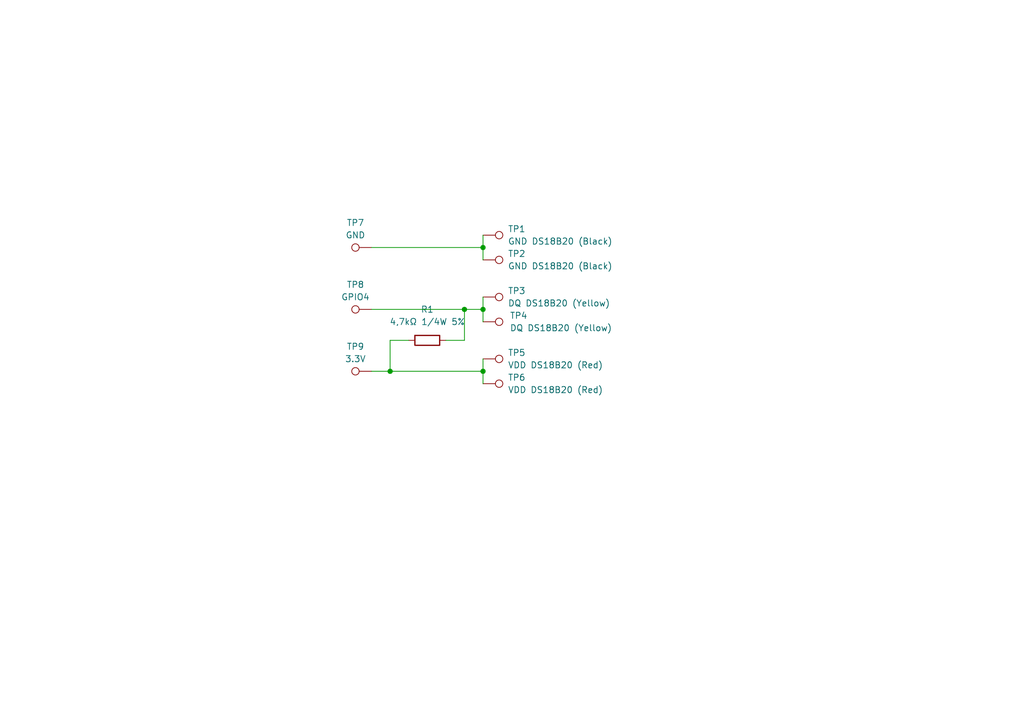
<source format=kicad_sch>
(kicad_sch
	(version 20250114)
	(generator "eeschema")
	(generator_version "9.0")
	(uuid "27f55431-0700-4d9e-a118-002a171484a4")
	(paper "A5")
	(title_block
		(title "DS18B20 to Raspberry")
		(date "09/05/2025")
		(comment 1 "This connects two DS18B20 to Raspberry Pi 5")
	)
	(lib_symbols
		(symbol "Connector:TestPoint"
			(pin_numbers
				(hide yes)
			)
			(pin_names
				(offset 0.762)
				(hide yes)
			)
			(exclude_from_sim no)
			(in_bom yes)
			(on_board yes)
			(property "Reference" "TP"
				(at 0 6.858 0)
				(effects
					(font
						(size 1.27 1.27)
					)
				)
			)
			(property "Value" "TestPoint"
				(at 0 5.08 0)
				(effects
					(font
						(size 1.27 1.27)
					)
				)
			)
			(property "Footprint" ""
				(at 5.08 0 0)
				(effects
					(font
						(size 1.27 1.27)
					)
					(hide yes)
				)
			)
			(property "Datasheet" "~"
				(at 5.08 0 0)
				(effects
					(font
						(size 1.27 1.27)
					)
					(hide yes)
				)
			)
			(property "Description" "test point"
				(at 0 0 0)
				(effects
					(font
						(size 1.27 1.27)
					)
					(hide yes)
				)
			)
			(property "ki_keywords" "test point tp"
				(at 0 0 0)
				(effects
					(font
						(size 1.27 1.27)
					)
					(hide yes)
				)
			)
			(property "ki_fp_filters" "Pin* Test*"
				(at 0 0 0)
				(effects
					(font
						(size 1.27 1.27)
					)
					(hide yes)
				)
			)
			(symbol "TestPoint_0_1"
				(circle
					(center 0 3.302)
					(radius 0.762)
					(stroke
						(width 0)
						(type default)
					)
					(fill
						(type none)
					)
				)
			)
			(symbol "TestPoint_1_1"
				(pin passive line
					(at 0 0 90)
					(length 2.54)
					(name "1"
						(effects
							(font
								(size 1.27 1.27)
							)
						)
					)
					(number "1"
						(effects
							(font
								(size 1.27 1.27)
							)
						)
					)
				)
			)
			(embedded_fonts no)
		)
		(symbol "Device:R"
			(pin_numbers
				(hide yes)
			)
			(pin_names
				(offset 0)
			)
			(exclude_from_sim no)
			(in_bom yes)
			(on_board yes)
			(property "Reference" "R"
				(at 2.032 0 90)
				(effects
					(font
						(size 1.27 1.27)
					)
				)
			)
			(property "Value" "R"
				(at 0 0 90)
				(effects
					(font
						(size 1.27 1.27)
					)
				)
			)
			(property "Footprint" ""
				(at -1.778 0 90)
				(effects
					(font
						(size 1.27 1.27)
					)
					(hide yes)
				)
			)
			(property "Datasheet" "~"
				(at 0 0 0)
				(effects
					(font
						(size 1.27 1.27)
					)
					(hide yes)
				)
			)
			(property "Description" "Resistor"
				(at 0 0 0)
				(effects
					(font
						(size 1.27 1.27)
					)
					(hide yes)
				)
			)
			(property "ki_keywords" "R res resistor"
				(at 0 0 0)
				(effects
					(font
						(size 1.27 1.27)
					)
					(hide yes)
				)
			)
			(property "ki_fp_filters" "R_*"
				(at 0 0 0)
				(effects
					(font
						(size 1.27 1.27)
					)
					(hide yes)
				)
			)
			(symbol "R_0_1"
				(rectangle
					(start -1.016 -2.54)
					(end 1.016 2.54)
					(stroke
						(width 0.254)
						(type default)
					)
					(fill
						(type none)
					)
				)
			)
			(symbol "R_1_1"
				(pin passive line
					(at 0 3.81 270)
					(length 1.27)
					(name "~"
						(effects
							(font
								(size 1.27 1.27)
							)
						)
					)
					(number "1"
						(effects
							(font
								(size 1.27 1.27)
							)
						)
					)
				)
				(pin passive line
					(at 0 -3.81 90)
					(length 1.27)
					(name "~"
						(effects
							(font
								(size 1.27 1.27)
							)
						)
					)
					(number "2"
						(effects
							(font
								(size 1.27 1.27)
							)
						)
					)
				)
			)
			(embedded_fonts no)
		)
	)
	(junction
		(at 99.06 76.2)
		(diameter 0)
		(color 0 0 0 0)
		(uuid "07b7e12d-0f9a-43d4-8ed9-836be2a7de38")
	)
	(junction
		(at 99.06 50.8)
		(diameter 0)
		(color 0 0 0 0)
		(uuid "588c4ed7-c1cf-49b5-af85-5995f17370a4")
	)
	(junction
		(at 99.06 63.5)
		(diameter 0)
		(color 0 0 0 0)
		(uuid "7f0f9bd5-f252-4cb2-8d37-d79148118a57")
	)
	(junction
		(at 80.01 76.2)
		(diameter 0)
		(color 0 0 0 0)
		(uuid "895dabc2-9ddf-4fc6-9b5f-6360d33e1d82")
	)
	(junction
		(at 95.25 63.5)
		(diameter 0)
		(color 0 0 0 0)
		(uuid "c362fac0-14c2-4bea-8be7-79ee418fdf92")
	)
	(wire
		(pts
			(xy 80.01 76.2) (xy 99.06 76.2)
		)
		(stroke
			(width 0)
			(type default)
		)
		(uuid "08298f6b-5ac4-4246-938a-6a800073ec48")
	)
	(wire
		(pts
			(xy 95.25 69.85) (xy 91.44 69.85)
		)
		(stroke
			(width 0)
			(type default)
		)
		(uuid "1e45b592-5d0f-4df9-823f-e90d953624e9")
	)
	(wire
		(pts
			(xy 80.01 76.2) (xy 80.01 69.85)
		)
		(stroke
			(width 0)
			(type default)
		)
		(uuid "390637b6-3519-48a3-a1cf-023a131ba5ec")
	)
	(wire
		(pts
			(xy 80.01 69.85) (xy 83.82 69.85)
		)
		(stroke
			(width 0)
			(type default)
		)
		(uuid "42bf03f9-b7e1-4429-80b1-d6d2bcb58b82")
	)
	(wire
		(pts
			(xy 95.25 63.5) (xy 95.25 69.85)
		)
		(stroke
			(width 0)
			(type default)
		)
		(uuid "43ef251c-c621-4586-b204-bdf566c8bab9")
	)
	(wire
		(pts
			(xy 99.06 48.26) (xy 99.06 50.8)
		)
		(stroke
			(width 0)
			(type default)
		)
		(uuid "6e778d2e-bfb4-4e26-9532-d64792817814")
	)
	(wire
		(pts
			(xy 99.06 76.2) (xy 99.06 78.74)
		)
		(stroke
			(width 0)
			(type default)
		)
		(uuid "702bf6ea-ce96-4eed-8b43-8af02853a8dc")
	)
	(wire
		(pts
			(xy 76.2 76.2) (xy 80.01 76.2)
		)
		(stroke
			(width 0)
			(type default)
		)
		(uuid "7402badf-686a-402e-bb8f-413d77e4fc59")
	)
	(wire
		(pts
			(xy 95.25 63.5) (xy 99.06 63.5)
		)
		(stroke
			(width 0)
			(type default)
		)
		(uuid "7710c452-55d7-41c0-8070-facf7d0cbf71")
	)
	(wire
		(pts
			(xy 99.06 50.8) (xy 99.06 53.34)
		)
		(stroke
			(width 0)
			(type default)
		)
		(uuid "88281ffa-b622-4e6c-af09-4fd931ddbe74")
	)
	(wire
		(pts
			(xy 76.2 63.5) (xy 95.25 63.5)
		)
		(stroke
			(width 0)
			(type default)
		)
		(uuid "9d7d4ac8-7011-4d1e-900e-8355d4b4833e")
	)
	(wire
		(pts
			(xy 76.2 50.8) (xy 99.06 50.8)
		)
		(stroke
			(width 0)
			(type default)
		)
		(uuid "a1c32fe2-421d-480f-8d05-ec3aba4ba7a0")
	)
	(wire
		(pts
			(xy 99.06 73.66) (xy 99.06 76.2)
		)
		(stroke
			(width 0)
			(type default)
		)
		(uuid "b7ce9c35-3be8-478c-ab78-8cadabfef42c")
	)
	(wire
		(pts
			(xy 99.06 63.5) (xy 99.06 66.04)
		)
		(stroke
			(width 0)
			(type default)
		)
		(uuid "dedc87d6-ee03-4732-b4d6-993ae5fe6ab6")
	)
	(wire
		(pts
			(xy 99.06 60.96) (xy 99.06 63.5)
		)
		(stroke
			(width 0)
			(type default)
		)
		(uuid "fbdc4a36-370f-4433-a705-17018e9a807b")
	)
	(symbol
		(lib_id "Connector:TestPoint")
		(at 99.06 53.34 270)
		(unit 1)
		(exclude_from_sim no)
		(in_bom yes)
		(on_board yes)
		(dnp no)
		(fields_autoplaced yes)
		(uuid "1abfd6c9-d494-4d6a-988a-bbfe4d6c8431")
		(property "Reference" "TP2"
			(at 104.14 52.0699 90)
			(effects
				(font
					(size 1.27 1.27)
				)
				(justify left)
			)
		)
		(property "Value" "GND DS18B20 (Black)"
			(at 104.14 54.6099 90)
			(effects
				(font
					(size 1.27 1.27)
				)
				(justify left)
			)
		)
		(property "Footprint" "TestPoint:TestPoint_THTPad_2.0x2.0mm_Drill1.0mm"
			(at 99.06 58.42 0)
			(effects
				(font
					(size 1.27 1.27)
				)
				(hide yes)
			)
		)
		(property "Datasheet" "~"
			(at 99.06 58.42 0)
			(effects
				(font
					(size 1.27 1.27)
				)
				(hide yes)
			)
		)
		(property "Description" "test point"
			(at 99.06 53.34 0)
			(effects
				(font
					(size 1.27 1.27)
				)
				(hide yes)
			)
		)
		(pin "1"
			(uuid "ee12062c-bc2e-46d1-8a5d-123199c8b7e1")
		)
		(instances
			(project "Sensori"
				(path "/27f55431-0700-4d9e-a118-002a171484a4"
					(reference "TP2")
					(unit 1)
				)
			)
		)
	)
	(symbol
		(lib_id "Connector:TestPoint")
		(at 76.2 63.5 90)
		(unit 1)
		(exclude_from_sim no)
		(in_bom yes)
		(on_board yes)
		(dnp no)
		(fields_autoplaced yes)
		(uuid "4fffc03c-d2e3-4c51-801d-cca8b059ed90")
		(property "Reference" "TP8"
			(at 72.898 58.42 90)
			(effects
				(font
					(size 1.27 1.27)
				)
			)
		)
		(property "Value" "GPIO4"
			(at 72.898 60.96 90)
			(effects
				(font
					(size 1.27 1.27)
				)
			)
		)
		(property "Footprint" "TestPoint:TestPoint_THTPad_2.0x2.0mm_Drill1.0mm"
			(at 76.2 58.42 0)
			(effects
				(font
					(size 1.27 1.27)
				)
				(hide yes)
			)
		)
		(property "Datasheet" "~"
			(at 76.2 58.42 0)
			(effects
				(font
					(size 1.27 1.27)
				)
				(hide yes)
			)
		)
		(property "Description" "test point"
			(at 76.2 63.5 0)
			(effects
				(font
					(size 1.27 1.27)
				)
				(hide yes)
			)
		)
		(pin "1"
			(uuid "c664432c-b616-4675-822d-a5c8f3301e43")
		)
		(instances
			(project "Sensori"
				(path "/27f55431-0700-4d9e-a118-002a171484a4"
					(reference "TP8")
					(unit 1)
				)
			)
		)
	)
	(symbol
		(lib_id "Connector:TestPoint")
		(at 99.06 78.74 270)
		(unit 1)
		(exclude_from_sim no)
		(in_bom yes)
		(on_board yes)
		(dnp no)
		(fields_autoplaced yes)
		(uuid "5c243365-d510-48cd-ab87-a72d64c33cba")
		(property "Reference" "TP6"
			(at 104.14 77.4699 90)
			(effects
				(font
					(size 1.27 1.27)
				)
				(justify left)
			)
		)
		(property "Value" "VDD DS18B20 (Red)"
			(at 104.14 80.0099 90)
			(effects
				(font
					(size 1.27 1.27)
				)
				(justify left)
			)
		)
		(property "Footprint" "TestPoint:TestPoint_THTPad_2.0x2.0mm_Drill1.0mm"
			(at 99.06 83.82 0)
			(effects
				(font
					(size 1.27 1.27)
				)
				(hide yes)
			)
		)
		(property "Datasheet" "~"
			(at 99.06 83.82 0)
			(effects
				(font
					(size 1.27 1.27)
				)
				(hide yes)
			)
		)
		(property "Description" "test point"
			(at 99.06 78.74 0)
			(effects
				(font
					(size 1.27 1.27)
				)
				(hide yes)
			)
		)
		(pin "1"
			(uuid "a11f577e-8714-4dd4-98e1-5526c583b1d4")
		)
		(instances
			(project "Sensori"
				(path "/27f55431-0700-4d9e-a118-002a171484a4"
					(reference "TP6")
					(unit 1)
				)
			)
		)
	)
	(symbol
		(lib_id "Connector:TestPoint")
		(at 76.2 76.2 90)
		(unit 1)
		(exclude_from_sim no)
		(in_bom yes)
		(on_board yes)
		(dnp no)
		(fields_autoplaced yes)
		(uuid "8682791e-a9fb-44af-929e-7196f254d716")
		(property "Reference" "TP9"
			(at 72.898 71.12 90)
			(effects
				(font
					(size 1.27 1.27)
				)
			)
		)
		(property "Value" "3.3V"
			(at 72.898 73.66 90)
			(effects
				(font
					(size 1.27 1.27)
				)
			)
		)
		(property "Footprint" "TestPoint:TestPoint_THTPad_2.0x2.0mm_Drill1.0mm"
			(at 76.2 71.12 0)
			(effects
				(font
					(size 1.27 1.27)
				)
				(hide yes)
			)
		)
		(property "Datasheet" "~"
			(at 76.2 71.12 0)
			(effects
				(font
					(size 1.27 1.27)
				)
				(hide yes)
			)
		)
		(property "Description" "test point"
			(at 76.2 76.2 0)
			(effects
				(font
					(size 1.27 1.27)
				)
				(hide yes)
			)
		)
		(pin "1"
			(uuid "92ef021f-ecd2-4c82-bb11-3cce0b34b944")
		)
		(instances
			(project "Sensori"
				(path "/27f55431-0700-4d9e-a118-002a171484a4"
					(reference "TP9")
					(unit 1)
				)
			)
		)
	)
	(symbol
		(lib_id "Connector:TestPoint")
		(at 99.06 73.66 270)
		(unit 1)
		(exclude_from_sim no)
		(in_bom yes)
		(on_board yes)
		(dnp no)
		(fields_autoplaced yes)
		(uuid "9c608334-402c-4ae8-808b-ee1965aadc93")
		(property "Reference" "TP5"
			(at 104.14 72.3899 90)
			(effects
				(font
					(size 1.27 1.27)
				)
				(justify left)
			)
		)
		(property "Value" "VDD DS18B20 (Red)"
			(at 104.14 74.9299 90)
			(effects
				(font
					(size 1.27 1.27)
				)
				(justify left)
			)
		)
		(property "Footprint" "TestPoint:TestPoint_THTPad_2.0x2.0mm_Drill1.0mm"
			(at 99.06 78.74 0)
			(effects
				(font
					(size 1.27 1.27)
				)
				(hide yes)
			)
		)
		(property "Datasheet" "~"
			(at 99.06 78.74 0)
			(effects
				(font
					(size 1.27 1.27)
				)
				(hide yes)
			)
		)
		(property "Description" "test point"
			(at 99.06 73.66 0)
			(effects
				(font
					(size 1.27 1.27)
				)
				(hide yes)
			)
		)
		(pin "1"
			(uuid "671e5395-288f-46bd-acb7-f782d4b9c82a")
		)
		(instances
			(project "Sensori"
				(path "/27f55431-0700-4d9e-a118-002a171484a4"
					(reference "TP5")
					(unit 1)
				)
			)
		)
	)
	(symbol
		(lib_id "Connector:TestPoint")
		(at 76.2 50.8 90)
		(unit 1)
		(exclude_from_sim no)
		(in_bom yes)
		(on_board yes)
		(dnp no)
		(fields_autoplaced yes)
		(uuid "9de02f8b-1e5a-4aaf-bd0d-b683db43ef29")
		(property "Reference" "TP7"
			(at 72.898 45.72 90)
			(effects
				(font
					(size 1.27 1.27)
				)
			)
		)
		(property "Value" "GND"
			(at 72.898 48.26 90)
			(effects
				(font
					(size 1.27 1.27)
				)
			)
		)
		(property "Footprint" "TestPoint:TestPoint_THTPad_2.0x2.0mm_Drill1.0mm"
			(at 76.2 45.72 0)
			(effects
				(font
					(size 1.27 1.27)
				)
				(hide yes)
			)
		)
		(property "Datasheet" "~"
			(at 76.2 45.72 0)
			(effects
				(font
					(size 1.27 1.27)
				)
				(hide yes)
			)
		)
		(property "Description" "test point"
			(at 76.2 50.8 0)
			(effects
				(font
					(size 1.27 1.27)
				)
				(hide yes)
			)
		)
		(pin "1"
			(uuid "70be5378-80ac-453c-9d01-d328e95fa8e2")
		)
		(instances
			(project "Sensori"
				(path "/27f55431-0700-4d9e-a118-002a171484a4"
					(reference "TP7")
					(unit 1)
				)
			)
		)
	)
	(symbol
		(lib_id "Connector:TestPoint")
		(at 99.06 48.26 270)
		(unit 1)
		(exclude_from_sim no)
		(in_bom yes)
		(on_board yes)
		(dnp no)
		(fields_autoplaced yes)
		(uuid "d27623fb-9ae5-41af-a01e-0cb97079ecaa")
		(property "Reference" "TP1"
			(at 104.14 46.9899 90)
			(effects
				(font
					(size 1.27 1.27)
				)
				(justify left)
			)
		)
		(property "Value" "GND DS18B20 (Black)"
			(at 104.14 49.5299 90)
			(effects
				(font
					(size 1.27 1.27)
				)
				(justify left)
			)
		)
		(property "Footprint" "TestPoint:TestPoint_THTPad_2.0x2.0mm_Drill1.0mm"
			(at 99.06 53.34 0)
			(effects
				(font
					(size 1.27 1.27)
				)
				(hide yes)
			)
		)
		(property "Datasheet" "~"
			(at 99.06 53.34 0)
			(effects
				(font
					(size 1.27 1.27)
				)
				(hide yes)
			)
		)
		(property "Description" "test point"
			(at 99.06 48.26 0)
			(effects
				(font
					(size 1.27 1.27)
				)
				(hide yes)
			)
		)
		(pin "1"
			(uuid "c2ac61c0-7d72-48ba-a631-603103ba2911")
		)
		(instances
			(project "Sensori"
				(path "/27f55431-0700-4d9e-a118-002a171484a4"
					(reference "TP1")
					(unit 1)
				)
			)
		)
	)
	(symbol
		(lib_id "Connector:TestPoint")
		(at 99.06 60.96 270)
		(unit 1)
		(exclude_from_sim no)
		(in_bom yes)
		(on_board yes)
		(dnp no)
		(fields_autoplaced yes)
		(uuid "d8b3de64-8179-49b7-8fba-e9174e095b00")
		(property "Reference" "TP3"
			(at 104.14 59.6899 90)
			(effects
				(font
					(size 1.27 1.27)
				)
				(justify left)
			)
		)
		(property "Value" "DQ DS18B20 (Yellow)"
			(at 104.14 62.2299 90)
			(effects
				(font
					(size 1.27 1.27)
				)
				(justify left)
			)
		)
		(property "Footprint" "TestPoint:TestPoint_THTPad_2.0x2.0mm_Drill1.0mm"
			(at 99.06 66.04 0)
			(effects
				(font
					(size 1.27 1.27)
				)
				(hide yes)
			)
		)
		(property "Datasheet" "~"
			(at 99.06 66.04 0)
			(effects
				(font
					(size 1.27 1.27)
				)
				(hide yes)
			)
		)
		(property "Description" "test point"
			(at 99.06 60.96 0)
			(effects
				(font
					(size 1.27 1.27)
				)
				(hide yes)
			)
		)
		(pin "1"
			(uuid "ce843835-03fe-43e5-a50c-7ac62c67d368")
		)
		(instances
			(project "Sensori"
				(path "/27f55431-0700-4d9e-a118-002a171484a4"
					(reference "TP3")
					(unit 1)
				)
			)
		)
	)
	(symbol
		(lib_id "Device:R")
		(at 87.63 69.85 90)
		(unit 1)
		(exclude_from_sim no)
		(in_bom yes)
		(on_board yes)
		(dnp no)
		(fields_autoplaced yes)
		(uuid "e48175ab-0ead-45ee-84ca-5b9a5d835f81")
		(property "Reference" "R1"
			(at 87.63 63.5 90)
			(effects
				(font
					(size 1.27 1.27)
				)
			)
		)
		(property "Value" "4,7kΩ 1/4W 5%"
			(at 87.63 66.04 90)
			(effects
				(font
					(size 1.27 1.27)
				)
			)
		)
		(property "Footprint" "Resistor_THT:R_Axial_DIN0207_L6.3mm_D2.5mm_P7.62mm_Horizontal"
			(at 87.63 71.628 90)
			(effects
				(font
					(size 1.27 1.27)
				)
				(hide yes)
			)
		)
		(property "Datasheet" "~"
			(at 87.63 69.85 0)
			(effects
				(font
					(size 1.27 1.27)
				)
				(hide yes)
			)
		)
		(property "Description" "Resistor"
			(at 87.63 69.85 0)
			(effects
				(font
					(size 1.27 1.27)
				)
				(hide yes)
			)
		)
		(pin "2"
			(uuid "8157d0f9-1c8a-42b5-a15e-53af13d0df53")
		)
		(pin "1"
			(uuid "92ff1605-8778-4d4d-a77f-7f467710b388")
		)
		(instances
			(project ""
				(path "/27f55431-0700-4d9e-a118-002a171484a4"
					(reference "R1")
					(unit 1)
				)
			)
		)
	)
	(symbol
		(lib_id "Connector:TestPoint")
		(at 99.06 66.04 270)
		(unit 1)
		(exclude_from_sim no)
		(in_bom yes)
		(on_board yes)
		(dnp no)
		(fields_autoplaced yes)
		(uuid "ffea402d-5864-4cd5-84de-ae369b231ac5")
		(property "Reference" "TP4"
			(at 104.5399 64.7699 90)
			(effects
				(font
					(size 1.27 1.27)
				)
				(justify left)
			)
		)
		(property "Value" "DQ DS18B20 (Yellow)"
			(at 104.5399 67.3099 90)
			(effects
				(font
					(size 1.27 1.27)
				)
				(justify left)
			)
		)
		(property "Footprint" "TestPoint:TestPoint_THTPad_2.0x2.0mm_Drill1.0mm"
			(at 99.06 71.12 0)
			(effects
				(font
					(size 1.27 1.27)
				)
				(hide yes)
			)
		)
		(property "Datasheet" "~"
			(at 99.06 71.12 0)
			(effects
				(font
					(size 1.27 1.27)
				)
				(hide yes)
			)
		)
		(property "Description" "test point"
			(at 99.06 66.04 0)
			(effects
				(font
					(size 1.27 1.27)
				)
				(hide yes)
			)
		)
		(pin "1"
			(uuid "e4d5b426-f816-4490-bc9d-bcfba49bd520")
		)
		(instances
			(project "Sensori"
				(path "/27f55431-0700-4d9e-a118-002a171484a4"
					(reference "TP4")
					(unit 1)
				)
			)
		)
	)
	(sheet_instances
		(path "/"
			(page "1")
		)
	)
	(embedded_fonts no)
)

</source>
